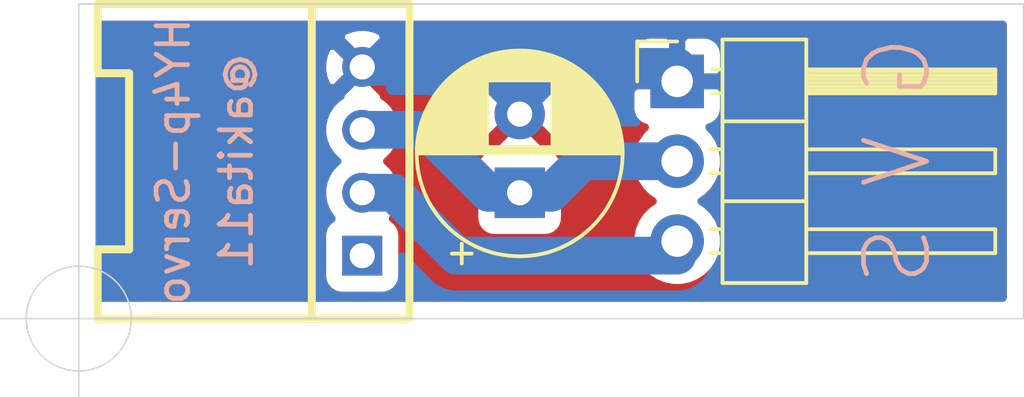
<source format=kicad_pcb>
(kicad_pcb (version 20171130) (host pcbnew "(5.1.6)-1")

  (general
    (thickness 1.6)
    (drawings 10)
    (tracks 12)
    (zones 0)
    (modules 3)
    (nets 5)
  )

  (page A4)
  (layers
    (0 F.Cu signal)
    (31 B.Cu signal)
    (32 B.Adhes user)
    (33 F.Adhes user)
    (34 B.Paste user)
    (35 F.Paste user)
    (36 B.SilkS user)
    (37 F.SilkS user)
    (38 B.Mask user)
    (39 F.Mask user)
    (44 Edge.Cuts user)
    (45 Margin user)
    (46 B.CrtYd user hide)
    (47 F.CrtYd user hide)
    (48 B.Fab user)
    (49 F.Fab user hide)
  )

  (setup
    (last_trace_width 0.25)
    (user_trace_width 0.4)
    (user_trace_width 0.6)
    (user_trace_width 0.8)
    (user_trace_width 1.2)
    (user_trace_width 2.54)
    (trace_clearance 0.1524)
    (zone_clearance 0.508)
    (zone_45_only no)
    (trace_min 0.2)
    (via_size 0.8)
    (via_drill 0.3)
    (via_min_size 0.6)
    (via_min_drill 0.3)
    (user_via 0.6 0.3)
    (user_via 0.9 0.6)
    (user_via 1.6 0.9)
    (uvia_size 0.3)
    (uvia_drill 0.1)
    (uvias_allowed no)
    (uvia_min_size 0.3)
    (uvia_min_drill 0.1)
    (edge_width 0.05)
    (segment_width 0.2)
    (pcb_text_width 0.3)
    (pcb_text_size 1.5 1.5)
    (mod_edge_width 0.12)
    (mod_text_size 1 1)
    (mod_text_width 0.15)
    (pad_size 1.524 1.524)
    (pad_drill 0.762)
    (pad_to_mask_clearance 0.051)
    (solder_mask_min_width 0.25)
    (aux_axis_origin 0 0)
    (visible_elements 7FFFFFFF)
    (pcbplotparams
      (layerselection 0x010fc_ffffffff)
      (usegerberextensions false)
      (usegerberattributes true)
      (usegerberadvancedattributes true)
      (creategerberjobfile true)
      (excludeedgelayer true)
      (linewidth 0.100000)
      (plotframeref false)
      (viasonmask false)
      (mode 1)
      (useauxorigin false)
      (hpglpennumber 1)
      (hpglpenspeed 20)
      (hpglpendiameter 15.000000)
      (psnegative false)
      (psa4output false)
      (plotreference true)
      (plotvalue true)
      (plotinvisibletext false)
      (padsonsilk false)
      (subtractmaskfromsilk false)
      (outputformat 1)
      (mirror false)
      (drillshape 1)
      (scaleselection 1)
      (outputdirectory ""))
  )

  (net 0 "")
  (net 1 GND)
  (net 2 "Net-(C1-Pad1)")
  (net 3 "Net-(CN1-Pad2)")
  (net 4 "Net-(CN1-Pad1)")

  (net_class Default "This is the default net class."
    (clearance 0.1524)
    (trace_width 0.25)
    (via_dia 0.8)
    (via_drill 0.3)
    (uvia_dia 0.3)
    (uvia_drill 0.1)
    (add_net GND)
    (add_net "Net-(C1-Pad1)")
    (add_net "Net-(CN1-Pad1)")
    (add_net "Net-(CN1-Pad2)")
  )

  (module Connector_PinHeader_2.54mm:PinHeader_1x03_P2.54mm_Horizontal (layer F.Cu) (tedit 59FED5CB) (tstamp 6002C7A0)
    (at 19 -7.54)
    (descr "Through hole angled pin header, 1x03, 2.54mm pitch, 6mm pin length, single row")
    (tags "Through hole angled pin header THT 1x03 2.54mm single row")
    (path /60028869)
    (fp_text reference J1 (at 4.385 -2.27) (layer F.SilkS) hide
      (effects (font (size 1 1) (thickness 0.15)))
    )
    (fp_text value Conn_01x03 (at 4.385 7.35) (layer F.Fab)
      (effects (font (size 1 1) (thickness 0.15)))
    )
    (fp_line (start 10.55 -1.8) (end -1.8 -1.8) (layer F.CrtYd) (width 0.05))
    (fp_line (start 10.55 6.85) (end 10.55 -1.8) (layer F.CrtYd) (width 0.05))
    (fp_line (start -1.8 6.85) (end 10.55 6.85) (layer F.CrtYd) (width 0.05))
    (fp_line (start -1.8 -1.8) (end -1.8 6.85) (layer F.CrtYd) (width 0.05))
    (fp_line (start -1.27 -1.27) (end 0 -1.27) (layer F.SilkS) (width 0.12))
    (fp_line (start -1.27 0) (end -1.27 -1.27) (layer F.SilkS) (width 0.12))
    (fp_line (start 1.042929 5.46) (end 1.44 5.46) (layer F.SilkS) (width 0.12))
    (fp_line (start 1.042929 4.7) (end 1.44 4.7) (layer F.SilkS) (width 0.12))
    (fp_line (start 10.1 5.46) (end 4.1 5.46) (layer F.SilkS) (width 0.12))
    (fp_line (start 10.1 4.7) (end 10.1 5.46) (layer F.SilkS) (width 0.12))
    (fp_line (start 4.1 4.7) (end 10.1 4.7) (layer F.SilkS) (width 0.12))
    (fp_line (start 1.44 3.81) (end 4.1 3.81) (layer F.SilkS) (width 0.12))
    (fp_line (start 1.042929 2.92) (end 1.44 2.92) (layer F.SilkS) (width 0.12))
    (fp_line (start 1.042929 2.16) (end 1.44 2.16) (layer F.SilkS) (width 0.12))
    (fp_line (start 10.1 2.92) (end 4.1 2.92) (layer F.SilkS) (width 0.12))
    (fp_line (start 10.1 2.16) (end 10.1 2.92) (layer F.SilkS) (width 0.12))
    (fp_line (start 4.1 2.16) (end 10.1 2.16) (layer F.SilkS) (width 0.12))
    (fp_line (start 1.44 1.27) (end 4.1 1.27) (layer F.SilkS) (width 0.12))
    (fp_line (start 1.11 0.38) (end 1.44 0.38) (layer F.SilkS) (width 0.12))
    (fp_line (start 1.11 -0.38) (end 1.44 -0.38) (layer F.SilkS) (width 0.12))
    (fp_line (start 4.1 0.28) (end 10.1 0.28) (layer F.SilkS) (width 0.12))
    (fp_line (start 4.1 0.16) (end 10.1 0.16) (layer F.SilkS) (width 0.12))
    (fp_line (start 4.1 0.04) (end 10.1 0.04) (layer F.SilkS) (width 0.12))
    (fp_line (start 4.1 -0.08) (end 10.1 -0.08) (layer F.SilkS) (width 0.12))
    (fp_line (start 4.1 -0.2) (end 10.1 -0.2) (layer F.SilkS) (width 0.12))
    (fp_line (start 4.1 -0.32) (end 10.1 -0.32) (layer F.SilkS) (width 0.12))
    (fp_line (start 10.1 0.38) (end 4.1 0.38) (layer F.SilkS) (width 0.12))
    (fp_line (start 10.1 -0.38) (end 10.1 0.38) (layer F.SilkS) (width 0.12))
    (fp_line (start 4.1 -0.38) (end 10.1 -0.38) (layer F.SilkS) (width 0.12))
    (fp_line (start 4.1 -1.33) (end 1.44 -1.33) (layer F.SilkS) (width 0.12))
    (fp_line (start 4.1 6.41) (end 4.1 -1.33) (layer F.SilkS) (width 0.12))
    (fp_line (start 1.44 6.41) (end 4.1 6.41) (layer F.SilkS) (width 0.12))
    (fp_line (start 1.44 -1.33) (end 1.44 6.41) (layer F.SilkS) (width 0.12))
    (fp_line (start 4.04 5.4) (end 10.04 5.4) (layer F.Fab) (width 0.1))
    (fp_line (start 10.04 4.76) (end 10.04 5.4) (layer F.Fab) (width 0.1))
    (fp_line (start 4.04 4.76) (end 10.04 4.76) (layer F.Fab) (width 0.1))
    (fp_line (start -0.32 5.4) (end 1.5 5.4) (layer F.Fab) (width 0.1))
    (fp_line (start -0.32 4.76) (end -0.32 5.4) (layer F.Fab) (width 0.1))
    (fp_line (start -0.32 4.76) (end 1.5 4.76) (layer F.Fab) (width 0.1))
    (fp_line (start 4.04 2.86) (end 10.04 2.86) (layer F.Fab) (width 0.1))
    (fp_line (start 10.04 2.22) (end 10.04 2.86) (layer F.Fab) (width 0.1))
    (fp_line (start 4.04 2.22) (end 10.04 2.22) (layer F.Fab) (width 0.1))
    (fp_line (start -0.32 2.86) (end 1.5 2.86) (layer F.Fab) (width 0.1))
    (fp_line (start -0.32 2.22) (end -0.32 2.86) (layer F.Fab) (width 0.1))
    (fp_line (start -0.32 2.22) (end 1.5 2.22) (layer F.Fab) (width 0.1))
    (fp_line (start 4.04 0.32) (end 10.04 0.32) (layer F.Fab) (width 0.1))
    (fp_line (start 10.04 -0.32) (end 10.04 0.32) (layer F.Fab) (width 0.1))
    (fp_line (start 4.04 -0.32) (end 10.04 -0.32) (layer F.Fab) (width 0.1))
    (fp_line (start -0.32 0.32) (end 1.5 0.32) (layer F.Fab) (width 0.1))
    (fp_line (start -0.32 -0.32) (end -0.32 0.32) (layer F.Fab) (width 0.1))
    (fp_line (start -0.32 -0.32) (end 1.5 -0.32) (layer F.Fab) (width 0.1))
    (fp_line (start 1.5 -0.635) (end 2.135 -1.27) (layer F.Fab) (width 0.1))
    (fp_line (start 1.5 6.35) (end 1.5 -0.635) (layer F.Fab) (width 0.1))
    (fp_line (start 4.04 6.35) (end 1.5 6.35) (layer F.Fab) (width 0.1))
    (fp_line (start 4.04 -1.27) (end 4.04 6.35) (layer F.Fab) (width 0.1))
    (fp_line (start 2.135 -1.27) (end 4.04 -1.27) (layer F.Fab) (width 0.1))
    (fp_text user %R (at 2.77 2.54 90) (layer F.Fab)
      (effects (font (size 1 1) (thickness 0.15)))
    )
    (pad 3 thru_hole oval (at 0 5.08) (size 1.7 1.7) (drill 1) (layers *.Cu *.Mask)
      (net 3 "Net-(CN1-Pad2)"))
    (pad 2 thru_hole oval (at 0 2.54) (size 1.7 1.7) (drill 1) (layers *.Cu *.Mask)
      (net 2 "Net-(C1-Pad1)"))
    (pad 1 thru_hole rect (at 0 0) (size 1.7 1.7) (drill 1) (layers *.Cu *.Mask)
      (net 1 GND))
    (model ${KISYS3DMOD}/Connector_PinHeader_2.54mm.3dshapes/PinHeader_1x03_P2.54mm_Horizontal.wrl
      (at (xyz 0 0 0))
      (scale (xyz 1 1 1))
      (rotate (xyz 0 0 0))
    )
  )

  (module akita:CON_GROVE_H (layer F.Cu) (tedit 5E9EA642) (tstamp 6002CA3D)
    (at 9 -5 90)
    (descr "Seeed Grove, horizontal")
    (path /60028008)
    (fp_text reference CN1 (at -3.667 3.508 90) (layer F.SilkS) hide
      (effects (font (size 1.6891 1.6891) (thickness 0.16891)) (justify left bottom))
    )
    (fp_text value CON_GROVE (at -4.699 -3.937 90) (layer F.Fab)
      (effects (font (size 1.6891 1.6891) (thickness 0.16891)) (justify left bottom))
    )
    (fp_line (start 2.8 -8.4) (end 5 -8.4) (layer F.SilkS) (width 0.254))
    (fp_line (start 2.8 -7.4) (end 2.8 -8.4) (layer F.SilkS) (width 0.254))
    (fp_line (start -2.8 -7.4) (end 2.8 -7.4) (layer F.SilkS) (width 0.254))
    (fp_line (start -2.8 -8.4) (end -2.8 -7.4) (layer F.SilkS) (width 0.254))
    (fp_line (start -5 -8.4) (end -2.8 -8.4) (layer F.SilkS) (width 0.254))
    (fp_line (start -5 -1.6) (end 5 -1.6) (layer F.SilkS) (width 0.254))
    (fp_line (start -5 1.4) (end -5 -8.5) (layer Dwgs.User) (width 0.254))
    (fp_line (start 5 1.4) (end -5 1.4) (layer Dwgs.User) (width 0.254))
    (fp_line (start 5 -8.5) (end 5 1.4) (layer Dwgs.User) (width 0.254))
    (fp_line (start -5 -8.5) (end 5 -8.5) (layer Dwgs.User) (width 0.254))
    (fp_line (start -5 1.5) (end 5 1.5) (layer F.SilkS) (width 0.254))
    (fp_line (start 5 -1.6) (end 5 -8.4) (layer F.SilkS) (width 0.254))
    (fp_line (start 5 1.5) (end 5 -1.6) (layer F.SilkS) (width 0.254))
    (fp_line (start -5 -1.6) (end -5 1.5) (layer F.SilkS) (width 0.254))
    (fp_line (start -5 -8.4) (end -5 -1.6) (layer F.SilkS) (width 0.254))
    (fp_line (start -5 -1) (end -5 1) (layer F.SilkS) (width 0.127))
    (pad 4 thru_hole circle (at 3 0 90) (size 1.27 1.27) (drill 0.8) (layers *.Cu *.Mask)
      (net 1 GND) (solder_mask_margin 0.1016))
    (pad 3 thru_hole circle (at 1 0 90) (size 1.27 1.27) (drill 0.8) (layers *.Cu *.Mask)
      (net 2 "Net-(C1-Pad1)") (solder_mask_margin 0.1016))
    (pad 2 thru_hole circle (at -1 0 90) (size 1.27 1.27) (drill 0.8) (layers *.Cu *.Mask)
      (net 3 "Net-(CN1-Pad2)") (solder_mask_margin 0.1016))
    (pad 1 thru_hole rect (at -3 0 90) (size 1.27 1.27) (drill 0.8) (layers *.Cu *.Mask)
      (net 4 "Net-(CN1-Pad1)") (solder_mask_margin 0.1016))
  )

  (module Capacitor_THT:CP_Radial_D6.3mm_P2.50mm (layer F.Cu) (tedit 5AE50EF0) (tstamp 6002C748)
    (at 14 -4 90)
    (descr "CP, Radial series, Radial, pin pitch=2.50mm, , diameter=6.3mm, Electrolytic Capacitor")
    (tags "CP Radial series Radial pin pitch 2.50mm  diameter 6.3mm Electrolytic Capacitor")
    (path /6002986E)
    (fp_text reference C1 (at 1.25 -4.4 90) (layer F.SilkS) hide
      (effects (font (size 1 1) (thickness 0.15)))
    )
    (fp_text value 100u (at 1.25 4.4 90) (layer F.Fab)
      (effects (font (size 1 1) (thickness 0.15)))
    )
    (fp_line (start -1.935241 -2.154) (end -1.935241 -1.524) (layer F.SilkS) (width 0.12))
    (fp_line (start -2.250241 -1.839) (end -1.620241 -1.839) (layer F.SilkS) (width 0.12))
    (fp_line (start 4.491 -0.402) (end 4.491 0.402) (layer F.SilkS) (width 0.12))
    (fp_line (start 4.451 -0.633) (end 4.451 0.633) (layer F.SilkS) (width 0.12))
    (fp_line (start 4.411 -0.802) (end 4.411 0.802) (layer F.SilkS) (width 0.12))
    (fp_line (start 4.371 -0.94) (end 4.371 0.94) (layer F.SilkS) (width 0.12))
    (fp_line (start 4.331 -1.059) (end 4.331 1.059) (layer F.SilkS) (width 0.12))
    (fp_line (start 4.291 -1.165) (end 4.291 1.165) (layer F.SilkS) (width 0.12))
    (fp_line (start 4.251 -1.262) (end 4.251 1.262) (layer F.SilkS) (width 0.12))
    (fp_line (start 4.211 -1.35) (end 4.211 1.35) (layer F.SilkS) (width 0.12))
    (fp_line (start 4.171 -1.432) (end 4.171 1.432) (layer F.SilkS) (width 0.12))
    (fp_line (start 4.131 -1.509) (end 4.131 1.509) (layer F.SilkS) (width 0.12))
    (fp_line (start 4.091 -1.581) (end 4.091 1.581) (layer F.SilkS) (width 0.12))
    (fp_line (start 4.051 -1.65) (end 4.051 1.65) (layer F.SilkS) (width 0.12))
    (fp_line (start 4.011 -1.714) (end 4.011 1.714) (layer F.SilkS) (width 0.12))
    (fp_line (start 3.971 -1.776) (end 3.971 1.776) (layer F.SilkS) (width 0.12))
    (fp_line (start 3.931 -1.834) (end 3.931 1.834) (layer F.SilkS) (width 0.12))
    (fp_line (start 3.891 -1.89) (end 3.891 1.89) (layer F.SilkS) (width 0.12))
    (fp_line (start 3.851 -1.944) (end 3.851 1.944) (layer F.SilkS) (width 0.12))
    (fp_line (start 3.811 -1.995) (end 3.811 1.995) (layer F.SilkS) (width 0.12))
    (fp_line (start 3.771 -2.044) (end 3.771 2.044) (layer F.SilkS) (width 0.12))
    (fp_line (start 3.731 -2.092) (end 3.731 2.092) (layer F.SilkS) (width 0.12))
    (fp_line (start 3.691 -2.137) (end 3.691 2.137) (layer F.SilkS) (width 0.12))
    (fp_line (start 3.651 -2.182) (end 3.651 2.182) (layer F.SilkS) (width 0.12))
    (fp_line (start 3.611 -2.224) (end 3.611 2.224) (layer F.SilkS) (width 0.12))
    (fp_line (start 3.571 -2.265) (end 3.571 2.265) (layer F.SilkS) (width 0.12))
    (fp_line (start 3.531 1.04) (end 3.531 2.305) (layer F.SilkS) (width 0.12))
    (fp_line (start 3.531 -2.305) (end 3.531 -1.04) (layer F.SilkS) (width 0.12))
    (fp_line (start 3.491 1.04) (end 3.491 2.343) (layer F.SilkS) (width 0.12))
    (fp_line (start 3.491 -2.343) (end 3.491 -1.04) (layer F.SilkS) (width 0.12))
    (fp_line (start 3.451 1.04) (end 3.451 2.38) (layer F.SilkS) (width 0.12))
    (fp_line (start 3.451 -2.38) (end 3.451 -1.04) (layer F.SilkS) (width 0.12))
    (fp_line (start 3.411 1.04) (end 3.411 2.416) (layer F.SilkS) (width 0.12))
    (fp_line (start 3.411 -2.416) (end 3.411 -1.04) (layer F.SilkS) (width 0.12))
    (fp_line (start 3.371 1.04) (end 3.371 2.45) (layer F.SilkS) (width 0.12))
    (fp_line (start 3.371 -2.45) (end 3.371 -1.04) (layer F.SilkS) (width 0.12))
    (fp_line (start 3.331 1.04) (end 3.331 2.484) (layer F.SilkS) (width 0.12))
    (fp_line (start 3.331 -2.484) (end 3.331 -1.04) (layer F.SilkS) (width 0.12))
    (fp_line (start 3.291 1.04) (end 3.291 2.516) (layer F.SilkS) (width 0.12))
    (fp_line (start 3.291 -2.516) (end 3.291 -1.04) (layer F.SilkS) (width 0.12))
    (fp_line (start 3.251 1.04) (end 3.251 2.548) (layer F.SilkS) (width 0.12))
    (fp_line (start 3.251 -2.548) (end 3.251 -1.04) (layer F.SilkS) (width 0.12))
    (fp_line (start 3.211 1.04) (end 3.211 2.578) (layer F.SilkS) (width 0.12))
    (fp_line (start 3.211 -2.578) (end 3.211 -1.04) (layer F.SilkS) (width 0.12))
    (fp_line (start 3.171 1.04) (end 3.171 2.607) (layer F.SilkS) (width 0.12))
    (fp_line (start 3.171 -2.607) (end 3.171 -1.04) (layer F.SilkS) (width 0.12))
    (fp_line (start 3.131 1.04) (end 3.131 2.636) (layer F.SilkS) (width 0.12))
    (fp_line (start 3.131 -2.636) (end 3.131 -1.04) (layer F.SilkS) (width 0.12))
    (fp_line (start 3.091 1.04) (end 3.091 2.664) (layer F.SilkS) (width 0.12))
    (fp_line (start 3.091 -2.664) (end 3.091 -1.04) (layer F.SilkS) (width 0.12))
    (fp_line (start 3.051 1.04) (end 3.051 2.69) (layer F.SilkS) (width 0.12))
    (fp_line (start 3.051 -2.69) (end 3.051 -1.04) (layer F.SilkS) (width 0.12))
    (fp_line (start 3.011 1.04) (end 3.011 2.716) (layer F.SilkS) (width 0.12))
    (fp_line (start 3.011 -2.716) (end 3.011 -1.04) (layer F.SilkS) (width 0.12))
    (fp_line (start 2.971 1.04) (end 2.971 2.742) (layer F.SilkS) (width 0.12))
    (fp_line (start 2.971 -2.742) (end 2.971 -1.04) (layer F.SilkS) (width 0.12))
    (fp_line (start 2.931 1.04) (end 2.931 2.766) (layer F.SilkS) (width 0.12))
    (fp_line (start 2.931 -2.766) (end 2.931 -1.04) (layer F.SilkS) (width 0.12))
    (fp_line (start 2.891 1.04) (end 2.891 2.79) (layer F.SilkS) (width 0.12))
    (fp_line (start 2.891 -2.79) (end 2.891 -1.04) (layer F.SilkS) (width 0.12))
    (fp_line (start 2.851 1.04) (end 2.851 2.812) (layer F.SilkS) (width 0.12))
    (fp_line (start 2.851 -2.812) (end 2.851 -1.04) (layer F.SilkS) (width 0.12))
    (fp_line (start 2.811 1.04) (end 2.811 2.834) (layer F.SilkS) (width 0.12))
    (fp_line (start 2.811 -2.834) (end 2.811 -1.04) (layer F.SilkS) (width 0.12))
    (fp_line (start 2.771 1.04) (end 2.771 2.856) (layer F.SilkS) (width 0.12))
    (fp_line (start 2.771 -2.856) (end 2.771 -1.04) (layer F.SilkS) (width 0.12))
    (fp_line (start 2.731 1.04) (end 2.731 2.876) (layer F.SilkS) (width 0.12))
    (fp_line (start 2.731 -2.876) (end 2.731 -1.04) (layer F.SilkS) (width 0.12))
    (fp_line (start 2.691 1.04) (end 2.691 2.896) (layer F.SilkS) (width 0.12))
    (fp_line (start 2.691 -2.896) (end 2.691 -1.04) (layer F.SilkS) (width 0.12))
    (fp_line (start 2.651 1.04) (end 2.651 2.916) (layer F.SilkS) (width 0.12))
    (fp_line (start 2.651 -2.916) (end 2.651 -1.04) (layer F.SilkS) (width 0.12))
    (fp_line (start 2.611 1.04) (end 2.611 2.934) (layer F.SilkS) (width 0.12))
    (fp_line (start 2.611 -2.934) (end 2.611 -1.04) (layer F.SilkS) (width 0.12))
    (fp_line (start 2.571 1.04) (end 2.571 2.952) (layer F.SilkS) (width 0.12))
    (fp_line (start 2.571 -2.952) (end 2.571 -1.04) (layer F.SilkS) (width 0.12))
    (fp_line (start 2.531 1.04) (end 2.531 2.97) (layer F.SilkS) (width 0.12))
    (fp_line (start 2.531 -2.97) (end 2.531 -1.04) (layer F.SilkS) (width 0.12))
    (fp_line (start 2.491 1.04) (end 2.491 2.986) (layer F.SilkS) (width 0.12))
    (fp_line (start 2.491 -2.986) (end 2.491 -1.04) (layer F.SilkS) (width 0.12))
    (fp_line (start 2.451 1.04) (end 2.451 3.002) (layer F.SilkS) (width 0.12))
    (fp_line (start 2.451 -3.002) (end 2.451 -1.04) (layer F.SilkS) (width 0.12))
    (fp_line (start 2.411 1.04) (end 2.411 3.018) (layer F.SilkS) (width 0.12))
    (fp_line (start 2.411 -3.018) (end 2.411 -1.04) (layer F.SilkS) (width 0.12))
    (fp_line (start 2.371 1.04) (end 2.371 3.033) (layer F.SilkS) (width 0.12))
    (fp_line (start 2.371 -3.033) (end 2.371 -1.04) (layer F.SilkS) (width 0.12))
    (fp_line (start 2.331 1.04) (end 2.331 3.047) (layer F.SilkS) (width 0.12))
    (fp_line (start 2.331 -3.047) (end 2.331 -1.04) (layer F.SilkS) (width 0.12))
    (fp_line (start 2.291 1.04) (end 2.291 3.061) (layer F.SilkS) (width 0.12))
    (fp_line (start 2.291 -3.061) (end 2.291 -1.04) (layer F.SilkS) (width 0.12))
    (fp_line (start 2.251 1.04) (end 2.251 3.074) (layer F.SilkS) (width 0.12))
    (fp_line (start 2.251 -3.074) (end 2.251 -1.04) (layer F.SilkS) (width 0.12))
    (fp_line (start 2.211 1.04) (end 2.211 3.086) (layer F.SilkS) (width 0.12))
    (fp_line (start 2.211 -3.086) (end 2.211 -1.04) (layer F.SilkS) (width 0.12))
    (fp_line (start 2.171 1.04) (end 2.171 3.098) (layer F.SilkS) (width 0.12))
    (fp_line (start 2.171 -3.098) (end 2.171 -1.04) (layer F.SilkS) (width 0.12))
    (fp_line (start 2.131 1.04) (end 2.131 3.11) (layer F.SilkS) (width 0.12))
    (fp_line (start 2.131 -3.11) (end 2.131 -1.04) (layer F.SilkS) (width 0.12))
    (fp_line (start 2.091 1.04) (end 2.091 3.121) (layer F.SilkS) (width 0.12))
    (fp_line (start 2.091 -3.121) (end 2.091 -1.04) (layer F.SilkS) (width 0.12))
    (fp_line (start 2.051 1.04) (end 2.051 3.131) (layer F.SilkS) (width 0.12))
    (fp_line (start 2.051 -3.131) (end 2.051 -1.04) (layer F.SilkS) (width 0.12))
    (fp_line (start 2.011 1.04) (end 2.011 3.141) (layer F.SilkS) (width 0.12))
    (fp_line (start 2.011 -3.141) (end 2.011 -1.04) (layer F.SilkS) (width 0.12))
    (fp_line (start 1.971 1.04) (end 1.971 3.15) (layer F.SilkS) (width 0.12))
    (fp_line (start 1.971 -3.15) (end 1.971 -1.04) (layer F.SilkS) (width 0.12))
    (fp_line (start 1.93 1.04) (end 1.93 3.159) (layer F.SilkS) (width 0.12))
    (fp_line (start 1.93 -3.159) (end 1.93 -1.04) (layer F.SilkS) (width 0.12))
    (fp_line (start 1.89 1.04) (end 1.89 3.167) (layer F.SilkS) (width 0.12))
    (fp_line (start 1.89 -3.167) (end 1.89 -1.04) (layer F.SilkS) (width 0.12))
    (fp_line (start 1.85 1.04) (end 1.85 3.175) (layer F.SilkS) (width 0.12))
    (fp_line (start 1.85 -3.175) (end 1.85 -1.04) (layer F.SilkS) (width 0.12))
    (fp_line (start 1.81 1.04) (end 1.81 3.182) (layer F.SilkS) (width 0.12))
    (fp_line (start 1.81 -3.182) (end 1.81 -1.04) (layer F.SilkS) (width 0.12))
    (fp_line (start 1.77 1.04) (end 1.77 3.189) (layer F.SilkS) (width 0.12))
    (fp_line (start 1.77 -3.189) (end 1.77 -1.04) (layer F.SilkS) (width 0.12))
    (fp_line (start 1.73 1.04) (end 1.73 3.195) (layer F.SilkS) (width 0.12))
    (fp_line (start 1.73 -3.195) (end 1.73 -1.04) (layer F.SilkS) (width 0.12))
    (fp_line (start 1.69 1.04) (end 1.69 3.201) (layer F.SilkS) (width 0.12))
    (fp_line (start 1.69 -3.201) (end 1.69 -1.04) (layer F.SilkS) (width 0.12))
    (fp_line (start 1.65 1.04) (end 1.65 3.206) (layer F.SilkS) (width 0.12))
    (fp_line (start 1.65 -3.206) (end 1.65 -1.04) (layer F.SilkS) (width 0.12))
    (fp_line (start 1.61 1.04) (end 1.61 3.211) (layer F.SilkS) (width 0.12))
    (fp_line (start 1.61 -3.211) (end 1.61 -1.04) (layer F.SilkS) (width 0.12))
    (fp_line (start 1.57 1.04) (end 1.57 3.215) (layer F.SilkS) (width 0.12))
    (fp_line (start 1.57 -3.215) (end 1.57 -1.04) (layer F.SilkS) (width 0.12))
    (fp_line (start 1.53 1.04) (end 1.53 3.218) (layer F.SilkS) (width 0.12))
    (fp_line (start 1.53 -3.218) (end 1.53 -1.04) (layer F.SilkS) (width 0.12))
    (fp_line (start 1.49 1.04) (end 1.49 3.222) (layer F.SilkS) (width 0.12))
    (fp_line (start 1.49 -3.222) (end 1.49 -1.04) (layer F.SilkS) (width 0.12))
    (fp_line (start 1.45 -3.224) (end 1.45 3.224) (layer F.SilkS) (width 0.12))
    (fp_line (start 1.41 -3.227) (end 1.41 3.227) (layer F.SilkS) (width 0.12))
    (fp_line (start 1.37 -3.228) (end 1.37 3.228) (layer F.SilkS) (width 0.12))
    (fp_line (start 1.33 -3.23) (end 1.33 3.23) (layer F.SilkS) (width 0.12))
    (fp_line (start 1.29 -3.23) (end 1.29 3.23) (layer F.SilkS) (width 0.12))
    (fp_line (start 1.25 -3.23) (end 1.25 3.23) (layer F.SilkS) (width 0.12))
    (fp_line (start -1.128972 -1.6885) (end -1.128972 -1.0585) (layer F.Fab) (width 0.1))
    (fp_line (start -1.443972 -1.3735) (end -0.813972 -1.3735) (layer F.Fab) (width 0.1))
    (fp_circle (center 1.25 0) (end 4.65 0) (layer F.CrtYd) (width 0.05))
    (fp_circle (center 1.25 0) (end 4.52 0) (layer F.SilkS) (width 0.12))
    (fp_circle (center 1.25 0) (end 4.4 0) (layer F.Fab) (width 0.1))
    (fp_text user %R (at 1.25 0 90) (layer F.Fab)
      (effects (font (size 1 1) (thickness 0.15)))
    )
    (pad 2 thru_hole circle (at 2.5 0 90) (size 1.6 1.6) (drill 0.8) (layers *.Cu *.Mask)
      (net 1 GND))
    (pad 1 thru_hole rect (at 0 0 90) (size 1.6 1.6) (drill 0.8) (layers *.Cu *.Mask)
      (net 2 "Net-(C1-Pad1)"))
    (model ${KISYS3DMOD}/Capacitor_THT.3dshapes/CP_Radial_D6.3mm_P2.50mm.wrl
      (at (xyz 0 0 0))
      (scale (xyz 1 1 1))
      (rotate (xyz 0 0 0))
    )
  )

  (gr_line (start 30 0) (end 0 0) (layer Edge.Cuts) (width 0.05))
  (gr_line (start 30 -10) (end 30 0) (layer Edge.Cuts) (width 0.05))
  (gr_line (start 0 -10) (end 30 -10) (layer Edge.Cuts) (width 0.05))
  (gr_line (start 0 0) (end 0 -10) (layer Edge.Cuts) (width 0.05))
  (gr_text @akita11 (at 5 -5 90) (layer B.SilkS)
    (effects (font (size 1 1) (thickness 0.15)) (justify mirror))
  )
  (gr_text HY4p-Servo (at 3 -5 90) (layer B.SilkS)
    (effects (font (size 1 1) (thickness 0.15)) (justify mirror))
  )
  (gr_text S (at 26 -2 90) (layer B.SilkS) (tstamp 6002D1E6)
    (effects (font (size 2 2) (thickness 0.15)) (justify mirror))
  )
  (gr_text V (at 26 -5 90) (layer B.SilkS) (tstamp 6002D1E4)
    (effects (font (size 2 2) (thickness 0.15)) (justify mirror))
  )
  (gr_text G (at 26 -8 90) (layer B.SilkS)
    (effects (font (size 2 2) (thickness 0.15)) (justify mirror))
  )
  (target plus (at 0 0) (size 5) (width 0.05) (layer Edge.Cuts) (tstamp 6002C9DE))

  (segment (start 18 -8) (end 19 -8) (width 1.2) (layer B.Cu) (net 1))
  (segment (start 14 -6.5) (end 14 -8) (width 1.2) (layer B.Cu) (net 1))
  (segment (start 9 -8) (end 14 -8) (width 1.2) (layer B.Cu) (net 1))
  (segment (start 14 -8) (end 18 -8) (width 1.2) (layer B.Cu) (net 1))
  (segment (start 9 -6) (end 11 -6) (width 1.2) (layer B.Cu) (net 2))
  (segment (start 11 -6) (end 13 -4) (width 1.2) (layer B.Cu) (net 2))
  (segment (start 13 -4) (end 15 -4) (width 1.2) (layer B.Cu) (net 2))
  (segment (start 15 -4) (end 16 -5) (width 1.2) (layer B.Cu) (net 2))
  (segment (start 16 -5) (end 19 -5) (width 1.2) (layer B.Cu) (net 2))
  (segment (start 9 -4) (end 10 -4) (width 1.2) (layer B.Cu) (net 3))
  (segment (start 10 -4) (end 12 -2) (width 1.2) (layer B.Cu) (net 3))
  (segment (start 12 -2) (end 19 -2) (width 1.2) (layer B.Cu) (net 3))

  (zone (net 1) (net_name GND) (layer F.Cu) (tstamp 0) (hatch edge 0.508)
    (connect_pads (clearance 0.508))
    (min_thickness 0.254)
    (fill yes (arc_segments 32) (thermal_gap 0.508) (thermal_bridge_width 0.508))
    (polygon
      (pts
        (xy 30 0) (xy 0 0) (xy 0 -10) (xy 30 -10)
      )
    )
    (filled_polygon
      (pts
        (xy 29.340001 -0.66) (xy 0.66 -0.66) (xy 0.66 -2.635) (xy 7.726928 -2.635) (xy 7.726928 -1.365)
        (xy 7.739188 -1.240518) (xy 7.775498 -1.12082) (xy 7.834463 -1.010506) (xy 7.913815 -0.913815) (xy 8.010506 -0.834463)
        (xy 8.12082 -0.775498) (xy 8.240518 -0.739188) (xy 8.365 -0.726928) (xy 9.635 -0.726928) (xy 9.759482 -0.739188)
        (xy 9.87918 -0.775498) (xy 9.989494 -0.834463) (xy 10.086185 -0.913815) (xy 10.165537 -1.010506) (xy 10.224502 -1.12082)
        (xy 10.260812 -1.240518) (xy 10.273072 -1.365) (xy 10.273072 -2.635) (xy 10.260812 -2.759482) (xy 10.224502 -2.87918)
        (xy 10.165537 -2.989494) (xy 10.086185 -3.086185) (xy 9.989494 -3.165537) (xy 9.971309 -3.175258) (xy 9.986473 -3.190422)
        (xy 10.125459 -3.398429) (xy 10.221195 -3.629555) (xy 10.27 -3.874916) (xy 10.27 -4.125084) (xy 10.221195 -4.370445)
        (xy 10.125459 -4.601571) (xy 9.992873 -4.8) (xy 12.561928 -4.8) (xy 12.561928 -3.2) (xy 12.574188 -3.075518)
        (xy 12.610498 -2.95582) (xy 12.669463 -2.845506) (xy 12.748815 -2.748815) (xy 12.845506 -2.669463) (xy 12.95582 -2.610498)
        (xy 13.075518 -2.574188) (xy 13.2 -2.561928) (xy 14.8 -2.561928) (xy 14.924482 -2.574188) (xy 15.04418 -2.610498)
        (xy 15.154494 -2.669463) (xy 15.251185 -2.748815) (xy 15.330537 -2.845506) (xy 15.389502 -2.95582) (xy 15.425812 -3.075518)
        (xy 15.438072 -3.2) (xy 15.438072 -4.8) (xy 15.425812 -4.924482) (xy 15.389502 -5.04418) (xy 15.330537 -5.154494)
        (xy 15.251185 -5.251185) (xy 15.154494 -5.330537) (xy 15.04418 -5.389502) (xy 14.924482 -5.425812) (xy 14.8 -5.438072)
        (xy 14.792785 -5.438072) (xy 14.813097 -5.507298) (xy 14 -6.320395) (xy 13.186903 -5.507298) (xy 13.207215 -5.438072)
        (xy 13.2 -5.438072) (xy 13.075518 -5.425812) (xy 12.95582 -5.389502) (xy 12.845506 -5.330537) (xy 12.748815 -5.251185)
        (xy 12.669463 -5.154494) (xy 12.610498 -5.04418) (xy 12.574188 -4.924482) (xy 12.561928 -4.8) (xy 9.992873 -4.8)
        (xy 9.986473 -4.809578) (xy 9.809578 -4.986473) (xy 9.789333 -5) (xy 9.809578 -5.013527) (xy 9.986473 -5.190422)
        (xy 10.125459 -5.398429) (xy 10.221195 -5.629555) (xy 10.27 -5.874916) (xy 10.27 -6.125084) (xy 10.221195 -6.370445)
        (xy 10.196739 -6.429488) (xy 12.559783 -6.429488) (xy 12.601213 -6.14987) (xy 12.696397 -5.883708) (xy 12.763329 -5.758486)
        (xy 13.007298 -5.686903) (xy 13.820395 -6.5) (xy 14.179605 -6.5) (xy 14.992702 -5.686903) (xy 15.236671 -5.758486)
        (xy 15.357571 -6.013996) (xy 15.4263 -6.288184) (xy 15.440217 -6.570512) (xy 15.422513 -6.69) (xy 17.511928 -6.69)
        (xy 17.524188 -6.565518) (xy 17.560498 -6.44582) (xy 17.619463 -6.335506) (xy 17.698815 -6.238815) (xy 17.795506 -6.159463)
        (xy 17.90582 -6.100498) (xy 17.97838 -6.078487) (xy 17.846525 -5.946632) (xy 17.68401 -5.703411) (xy 17.572068 -5.433158)
        (xy 17.515 -5.14626) (xy 17.515 -4.85374) (xy 17.572068 -4.566842) (xy 17.68401 -4.296589) (xy 17.846525 -4.053368)
        (xy 18.053368 -3.846525) (xy 18.22776 -3.73) (xy 18.053368 -3.613475) (xy 17.846525 -3.406632) (xy 17.68401 -3.163411)
        (xy 17.572068 -2.893158) (xy 17.515 -2.60626) (xy 17.515 -2.31374) (xy 17.572068 -2.026842) (xy 17.68401 -1.756589)
        (xy 17.846525 -1.513368) (xy 18.053368 -1.306525) (xy 18.296589 -1.14401) (xy 18.566842 -1.032068) (xy 18.85374 -0.975)
        (xy 19.14626 -0.975) (xy 19.433158 -1.032068) (xy 19.703411 -1.14401) (xy 19.946632 -1.306525) (xy 20.153475 -1.513368)
        (xy 20.31599 -1.756589) (xy 20.427932 -2.026842) (xy 20.485 -2.31374) (xy 20.485 -2.60626) (xy 20.427932 -2.893158)
        (xy 20.31599 -3.163411) (xy 20.153475 -3.406632) (xy 19.946632 -3.613475) (xy 19.77224 -3.73) (xy 19.946632 -3.846525)
        (xy 20.153475 -4.053368) (xy 20.31599 -4.296589) (xy 20.427932 -4.566842) (xy 20.485 -4.85374) (xy 20.485 -5.14626)
        (xy 20.427932 -5.433158) (xy 20.31599 -5.703411) (xy 20.153475 -5.946632) (xy 20.02162 -6.078487) (xy 20.09418 -6.100498)
        (xy 20.204494 -6.159463) (xy 20.301185 -6.238815) (xy 20.380537 -6.335506) (xy 20.439502 -6.44582) (xy 20.475812 -6.565518)
        (xy 20.488072 -6.69) (xy 20.485 -7.25425) (xy 20.32625 -7.413) (xy 19.127 -7.413) (xy 19.127 -7.393)
        (xy 18.873 -7.393) (xy 18.873 -7.413) (xy 17.67375 -7.413) (xy 17.515 -7.25425) (xy 17.511928 -6.69)
        (xy 15.422513 -6.69) (xy 15.398787 -6.85013) (xy 15.303603 -7.116292) (xy 15.236671 -7.241514) (xy 14.992702 -7.313097)
        (xy 14.179605 -6.5) (xy 13.820395 -6.5) (xy 13.007298 -7.313097) (xy 12.763329 -7.241514) (xy 12.642429 -6.986004)
        (xy 12.5737 -6.711816) (xy 12.559783 -6.429488) (xy 10.196739 -6.429488) (xy 10.125459 -6.601571) (xy 9.986473 -6.809578)
        (xy 9.809578 -6.986473) (xy 9.682915 -7.071106) (xy 9.695195 -7.1252) (xy 9 -7.820395) (xy 8.304805 -7.1252)
        (xy 8.317085 -7.071106) (xy 8.190422 -6.986473) (xy 8.013527 -6.809578) (xy 7.874541 -6.601571) (xy 7.778805 -6.370445)
        (xy 7.73 -6.125084) (xy 7.73 -5.874916) (xy 7.778805 -5.629555) (xy 7.874541 -5.398429) (xy 8.013527 -5.190422)
        (xy 8.190422 -5.013527) (xy 8.210667 -5) (xy 8.190422 -4.986473) (xy 8.013527 -4.809578) (xy 7.874541 -4.601571)
        (xy 7.778805 -4.370445) (xy 7.73 -4.125084) (xy 7.73 -3.874916) (xy 7.778805 -3.629555) (xy 7.874541 -3.398429)
        (xy 8.013527 -3.190422) (xy 8.028691 -3.175258) (xy 8.010506 -3.165537) (xy 7.913815 -3.086185) (xy 7.834463 -2.989494)
        (xy 7.775498 -2.87918) (xy 7.739188 -2.759482) (xy 7.726928 -2.635) (xy 0.66 -2.635) (xy 0.66 -7.922951)
        (xy 7.726182 -7.922951) (xy 7.76569 -7.675922) (xy 7.852631 -7.441347) (xy 7.898054 -7.356369) (xy 8.1252 -7.304805)
        (xy 8.820395 -8) (xy 9.179605 -8) (xy 9.8748 -7.304805) (xy 10.101946 -7.356369) (xy 10.164547 -7.492702)
        (xy 13.186903 -7.492702) (xy 14 -6.679605) (xy 14.813097 -7.492702) (xy 14.741514 -7.736671) (xy 14.486004 -7.857571)
        (xy 14.211816 -7.9263) (xy 13.929488 -7.940217) (xy 13.64987 -7.898787) (xy 13.383708 -7.803603) (xy 13.258486 -7.736671)
        (xy 13.186903 -7.492702) (xy 10.164547 -7.492702) (xy 10.206339 -7.583716) (xy 10.264373 -7.827059) (xy 10.273818 -8.077049)
        (xy 10.23431 -8.324078) (xy 10.209878 -8.39) (xy 17.511928 -8.39) (xy 17.515 -7.82575) (xy 17.67375 -7.667)
        (xy 18.873 -7.667) (xy 18.873 -8.86625) (xy 19.127 -8.86625) (xy 19.127 -7.667) (xy 20.32625 -7.667)
        (xy 20.485 -7.82575) (xy 20.488072 -8.39) (xy 20.475812 -8.514482) (xy 20.439502 -8.63418) (xy 20.380537 -8.744494)
        (xy 20.301185 -8.841185) (xy 20.204494 -8.920537) (xy 20.09418 -8.979502) (xy 19.974482 -9.015812) (xy 19.85 -9.028072)
        (xy 19.28575 -9.025) (xy 19.127 -8.86625) (xy 18.873 -8.86625) (xy 18.71425 -9.025) (xy 18.15 -9.028072)
        (xy 18.025518 -9.015812) (xy 17.90582 -8.979502) (xy 17.795506 -8.920537) (xy 17.698815 -8.841185) (xy 17.619463 -8.744494)
        (xy 17.560498 -8.63418) (xy 17.524188 -8.514482) (xy 17.511928 -8.39) (xy 10.209878 -8.39) (xy 10.147369 -8.558653)
        (xy 10.101946 -8.643631) (xy 9.8748 -8.695195) (xy 9.179605 -8) (xy 8.820395 -8) (xy 8.1252 -8.695195)
        (xy 7.898054 -8.643631) (xy 7.793661 -8.416284) (xy 7.735627 -8.172941) (xy 7.726182 -7.922951) (xy 0.66 -7.922951)
        (xy 0.66 -8.8748) (xy 8.304805 -8.8748) (xy 9 -8.179605) (xy 9.695195 -8.8748) (xy 9.643631 -9.101946)
        (xy 9.416284 -9.206339) (xy 9.172941 -9.264373) (xy 8.922951 -9.273818) (xy 8.675922 -9.23431) (xy 8.441347 -9.147369)
        (xy 8.356369 -9.101946) (xy 8.304805 -8.8748) (xy 0.66 -8.8748) (xy 0.66 -9.34) (xy 29.34 -9.34)
      )
    )
  )
  (zone (net 1) (net_name GND) (layer B.Cu) (tstamp 0) (hatch edge 0.508)
    (connect_pads (clearance 0.508))
    (min_thickness 0.254)
    (fill yes (arc_segments 32) (thermal_gap 0.508) (thermal_bridge_width 0.508))
    (polygon
      (pts
        (xy 30 0) (xy 0 0) (xy 0 -10) (xy 30 -10)
      )
    )
    (filled_polygon
      (pts
        (xy 29.340001 -0.66) (xy 0.66 -0.66) (xy 0.66 -2.635) (xy 7.726928 -2.635) (xy 7.726928 -1.365)
        (xy 7.739188 -1.240518) (xy 7.775498 -1.12082) (xy 7.834463 -1.010506) (xy 7.913815 -0.913815) (xy 8.010506 -0.834463)
        (xy 8.12082 -0.775498) (xy 8.240518 -0.739188) (xy 8.365 -0.726928) (xy 9.635 -0.726928) (xy 9.759482 -0.739188)
        (xy 9.87918 -0.775498) (xy 9.989494 -0.834463) (xy 10.086185 -0.913815) (xy 10.165537 -1.010506) (xy 10.224502 -1.12082)
        (xy 10.260812 -1.240518) (xy 10.273072 -1.365) (xy 10.273072 -1.980374) (xy 11.083826 -1.16962) (xy 11.122498 -1.122498)
        (xy 11.310551 -0.968167) (xy 11.525099 -0.853489) (xy 11.757897 -0.78287) (xy 11.999999 -0.759025) (xy 12.060664 -0.765)
        (xy 19.060665 -0.765) (xy 19.242102 -0.78287) (xy 19.474901 -0.853489) (xy 19.689449 -0.968167) (xy 19.877502 -1.122498)
        (xy 20.031833 -1.310551) (xy 20.125044 -1.484937) (xy 20.153475 -1.513368) (xy 20.31599 -1.756589) (xy 20.427932 -2.026842)
        (xy 20.485 -2.31374) (xy 20.485 -2.60626) (xy 20.427932 -2.893158) (xy 20.31599 -3.163411) (xy 20.153475 -3.406632)
        (xy 19.946632 -3.613475) (xy 19.77224 -3.73) (xy 19.946632 -3.846525) (xy 20.153475 -4.053368) (xy 20.31599 -4.296589)
        (xy 20.427932 -4.566842) (xy 20.485 -4.85374) (xy 20.485 -5.14626) (xy 20.427932 -5.433158) (xy 20.31599 -5.703411)
        (xy 20.153475 -5.946632) (xy 20.02162 -6.078487) (xy 20.09418 -6.100498) (xy 20.204494 -6.159463) (xy 20.301185 -6.238815)
        (xy 20.380537 -6.335506) (xy 20.439502 -6.44582) (xy 20.475812 -6.565518) (xy 20.488072 -6.69) (xy 20.485 -7.25425)
        (xy 20.32625 -7.413) (xy 19.127 -7.413) (xy 19.127 -7.393) (xy 18.873 -7.393) (xy 18.873 -7.413)
        (xy 17.67375 -7.413) (xy 17.515 -7.25425) (xy 17.511928 -6.69) (xy 17.524188 -6.565518) (xy 17.560498 -6.44582)
        (xy 17.619463 -6.335506) (xy 17.698815 -6.238815) (xy 17.703464 -6.235) (xy 16.060665 -6.235) (xy 16 -6.240975)
        (xy 15.939335 -6.235) (xy 15.757898 -6.21713) (xy 15.525099 -6.146511) (xy 15.370008 -6.063614) (xy 15.4263 -6.288184)
        (xy 15.440217 -6.570512) (xy 15.398787 -6.85013) (xy 15.303603 -7.116292) (xy 15.236671 -7.241514) (xy 14.992702 -7.313097)
        (xy 14.179605 -6.5) (xy 14.193748 -6.485858) (xy 14.014143 -6.306253) (xy 14 -6.320395) (xy 13.985858 -6.306253)
        (xy 13.806253 -6.485858) (xy 13.820395 -6.5) (xy 13.007298 -7.313097) (xy 12.763329 -7.241514) (xy 12.642429 -6.986004)
        (xy 12.5737 -6.711816) (xy 12.559783 -6.429488) (xy 12.601213 -6.14987) (xy 12.603735 -6.142819) (xy 11.916178 -6.830375)
        (xy 11.877502 -6.877502) (xy 11.689449 -7.031833) (xy 11.474901 -7.146511) (xy 11.242102 -7.21713) (xy 11.060665 -7.235)
        (xy 11 -7.240975) (xy 10.939335 -7.235) (xy 9.944608 -7.235) (xy 9.874802 -7.304806) (xy 10.101946 -7.356369)
        (xy 10.164547 -7.492702) (xy 13.186903 -7.492702) (xy 14 -6.679605) (xy 14.813097 -7.492702) (xy 14.741514 -7.736671)
        (xy 14.486004 -7.857571) (xy 14.211816 -7.9263) (xy 13.929488 -7.940217) (xy 13.64987 -7.898787) (xy 13.383708 -7.803603)
        (xy 13.258486 -7.736671) (xy 13.186903 -7.492702) (xy 10.164547 -7.492702) (xy 10.206339 -7.583716) (xy 10.264373 -7.827059)
        (xy 10.273818 -8.077049) (xy 10.23431 -8.324078) (xy 10.209878 -8.39) (xy 17.511928 -8.39) (xy 17.515 -7.82575)
        (xy 17.67375 -7.667) (xy 18.873 -7.667) (xy 18.873 -8.86625) (xy 19.127 -8.86625) (xy 19.127 -7.667)
        (xy 20.32625 -7.667) (xy 20.485 -7.82575) (xy 20.488072 -8.39) (xy 20.475812 -8.514482) (xy 20.439502 -8.63418)
        (xy 20.380537 -8.744494) (xy 20.301185 -8.841185) (xy 20.204494 -8.920537) (xy 20.09418 -8.979502) (xy 19.974482 -9.015812)
        (xy 19.85 -9.028072) (xy 19.28575 -9.025) (xy 19.127 -8.86625) (xy 18.873 -8.86625) (xy 18.71425 -9.025)
        (xy 18.15 -9.028072) (xy 18.025518 -9.015812) (xy 17.90582 -8.979502) (xy 17.795506 -8.920537) (xy 17.698815 -8.841185)
        (xy 17.619463 -8.744494) (xy 17.560498 -8.63418) (xy 17.524188 -8.514482) (xy 17.511928 -8.39) (xy 10.209878 -8.39)
        (xy 10.147369 -8.558653) (xy 10.101946 -8.643631) (xy 9.8748 -8.695195) (xy 9.179605 -8) (xy 9.193748 -7.985858)
        (xy 9.014143 -7.806253) (xy 9 -7.820395) (xy 8.304805 -7.1252) (xy 8.317085 -7.071106) (xy 8.190422 -6.986473)
        (xy 8.013527 -6.809578) (xy 7.874541 -6.601571) (xy 7.778805 -6.370445) (xy 7.73 -6.125084) (xy 7.73 -5.874916)
        (xy 7.778805 -5.629555) (xy 7.874541 -5.398429) (xy 8.013527 -5.190422) (xy 8.190422 -5.013527) (xy 8.210667 -5)
        (xy 8.190422 -4.986473) (xy 8.013527 -4.809578) (xy 7.874541 -4.601571) (xy 7.778805 -4.370445) (xy 7.73 -4.125084)
        (xy 7.73 -3.874916) (xy 7.778805 -3.629555) (xy 7.874541 -3.398429) (xy 8.013527 -3.190422) (xy 8.028691 -3.175258)
        (xy 8.010506 -3.165537) (xy 7.913815 -3.086185) (xy 7.834463 -2.989494) (xy 7.775498 -2.87918) (xy 7.739188 -2.759482)
        (xy 7.726928 -2.635) (xy 0.66 -2.635) (xy 0.66 -7.922951) (xy 7.726182 -7.922951) (xy 7.76569 -7.675922)
        (xy 7.852631 -7.441347) (xy 7.898054 -7.356369) (xy 8.1252 -7.304805) (xy 8.820395 -8) (xy 8.1252 -8.695195)
        (xy 7.898054 -8.643631) (xy 7.793661 -8.416284) (xy 7.735627 -8.172941) (xy 7.726182 -7.922951) (xy 0.66 -7.922951)
        (xy 0.66 -8.8748) (xy 8.304805 -8.8748) (xy 9 -8.179605) (xy 9.695195 -8.8748) (xy 9.643631 -9.101946)
        (xy 9.416284 -9.206339) (xy 9.172941 -9.264373) (xy 8.922951 -9.273818) (xy 8.675922 -9.23431) (xy 8.441347 -9.147369)
        (xy 8.356369 -9.101946) (xy 8.304805 -8.8748) (xy 0.66 -8.8748) (xy 0.66 -9.34) (xy 29.34 -9.34)
      )
    )
  )
)

</source>
